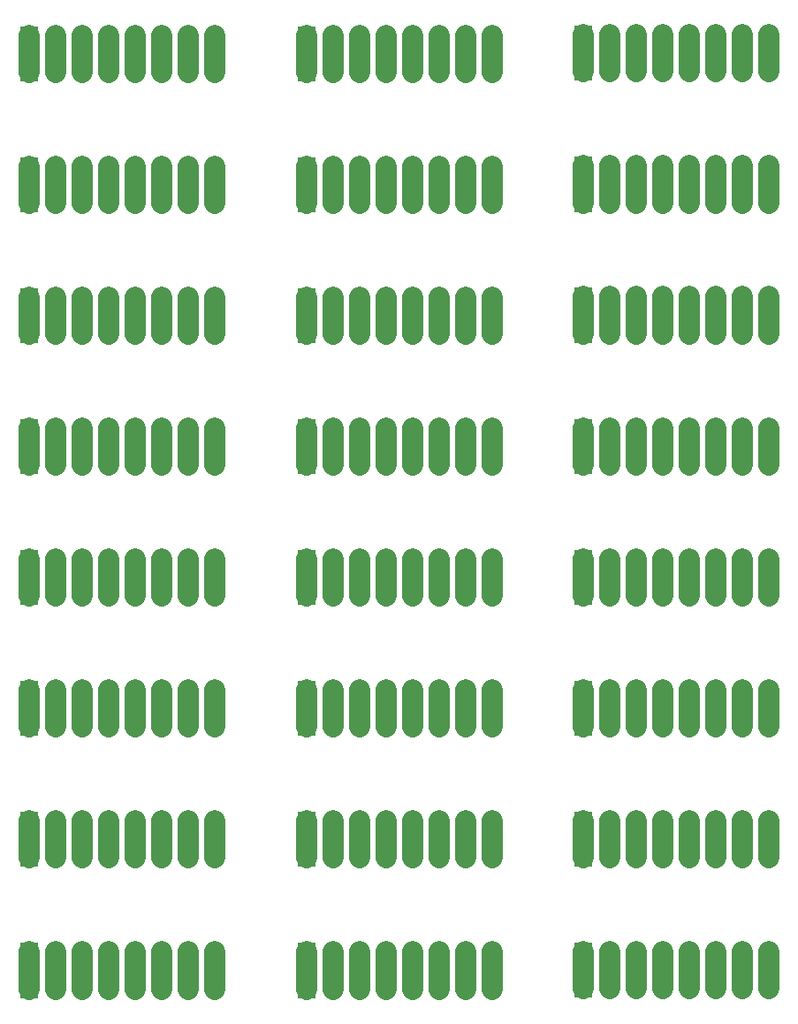
<source format=gbr>
%TF.GenerationSoftware,KiCad,Pcbnew,9.0.2*%
%TF.CreationDate,2026-01-01T17:19:06-05:00*%
%TF.ProjectId,Fracture Connector,46726163-7475-4726-9520-436f6e6e6563,rev?*%
%TF.SameCoordinates,Original*%
%TF.FileFunction,Copper,L1,Top*%
%TF.FilePolarity,Positive*%
%FSLAX46Y46*%
G04 Gerber Fmt 4.6, Leading zero omitted, Abs format (unit mm)*
G04 Created by KiCad (PCBNEW 9.0.2) date 2026-01-01 17:19:06*
%MOMM*%
%LPD*%
G01*
G04 APERTURE LIST*
%TA.AperFunction,ComponentPad*%
%ADD10C,1.700000*%
%TD*%
%TA.AperFunction,ComponentPad*%
%ADD11R,1.700000X1.700000*%
%TD*%
%TA.AperFunction,Conductor*%
%ADD12C,2.000000*%
%TD*%
G04 APERTURE END LIST*
D10*
%TO.P,J48,8,Pin_8*%
%TO.N,Net-(J5-Pin_8)*%
X125640786Y-91400786D03*
%TO.P,J48,7,Pin_7*%
%TO.N,Net-(J5-Pin_7)*%
X123100786Y-91400786D03*
%TO.P,J48,6,Pin_6*%
%TO.N,Net-(J5-Pin_6)*%
X120560786Y-91400786D03*
%TO.P,J48,5,Pin_5*%
%TO.N,Net-(J5-Pin_5)*%
X118020786Y-91400786D03*
%TO.P,J48,4,Pin_4*%
%TO.N,Net-(J5-Pin_4)*%
X115480786Y-91400786D03*
%TO.P,J48,3,Pin_3*%
%TO.N,Net-(J5-Pin_3)*%
X112940786Y-91400786D03*
%TO.P,J48,2,Pin_2*%
%TO.N,Net-(J5-Pin_2)*%
X110400786Y-91400786D03*
D11*
%TO.P,J48,1,Pin_1*%
%TO.N,Net-(J5-Pin_1)*%
X107860786Y-91400786D03*
%TD*%
D10*
%TO.P,J46,8,Pin_8*%
%TO.N,Net-(J5-Pin_8)*%
X72595786Y-91430786D03*
%TO.P,J46,7,Pin_7*%
%TO.N,Net-(J5-Pin_7)*%
X70055786Y-91430786D03*
%TO.P,J46,6,Pin_6*%
%TO.N,Net-(J5-Pin_6)*%
X67515786Y-91430786D03*
%TO.P,J46,5,Pin_5*%
%TO.N,Net-(J5-Pin_5)*%
X64975786Y-91430786D03*
%TO.P,J46,4,Pin_4*%
%TO.N,Net-(J5-Pin_4)*%
X62435786Y-91430786D03*
%TO.P,J46,3,Pin_3*%
%TO.N,Net-(J5-Pin_3)*%
X59895786Y-91430786D03*
%TO.P,J46,2,Pin_2*%
%TO.N,Net-(J5-Pin_2)*%
X57355786Y-91430786D03*
D11*
%TO.P,J46,1,Pin_1*%
%TO.N,Net-(J5-Pin_1)*%
X54815786Y-91430786D03*
%TD*%
D10*
%TO.P,J45,8,Pin_8*%
%TO.N,Net-(J5-Pin_8)*%
X125645786Y-94975786D03*
%TO.P,J45,7,Pin_7*%
%TO.N,Net-(J5-Pin_7)*%
X123105786Y-94975786D03*
%TO.P,J45,6,Pin_6*%
%TO.N,Net-(J5-Pin_6)*%
X120565786Y-94975786D03*
%TO.P,J45,5,Pin_5*%
%TO.N,Net-(J5-Pin_5)*%
X118025786Y-94975786D03*
%TO.P,J45,4,Pin_4*%
%TO.N,Net-(J5-Pin_4)*%
X115485786Y-94975786D03*
%TO.P,J45,3,Pin_3*%
%TO.N,Net-(J5-Pin_3)*%
X112945786Y-94975786D03*
%TO.P,J45,2,Pin_2*%
%TO.N,Net-(J5-Pin_2)*%
X110405786Y-94975786D03*
D11*
%TO.P,J45,1,Pin_1*%
%TO.N,Net-(J5-Pin_1)*%
X107865786Y-94975786D03*
%TD*%
D10*
%TO.P,J43,8,Pin_8*%
%TO.N,Net-(J5-Pin_8)*%
X72600786Y-95005786D03*
%TO.P,J43,7,Pin_7*%
%TO.N,Net-(J5-Pin_7)*%
X70060786Y-95005786D03*
%TO.P,J43,6,Pin_6*%
%TO.N,Net-(J5-Pin_6)*%
X67520786Y-95005786D03*
%TO.P,J43,5,Pin_5*%
%TO.N,Net-(J5-Pin_5)*%
X64980786Y-95005786D03*
%TO.P,J43,4,Pin_4*%
%TO.N,Net-(J5-Pin_4)*%
X62440786Y-95005786D03*
%TO.P,J43,3,Pin_3*%
%TO.N,Net-(J5-Pin_3)*%
X59900786Y-95005786D03*
%TO.P,J43,2,Pin_2*%
%TO.N,Net-(J5-Pin_2)*%
X57360786Y-95005786D03*
D11*
%TO.P,J43,1,Pin_1*%
%TO.N,Net-(J5-Pin_1)*%
X54820786Y-95005786D03*
%TD*%
D10*
%TO.P,J44,8,Pin_8*%
%TO.N,Net-(J5-Pin_8)*%
X99150786Y-95005786D03*
%TO.P,J44,7,Pin_7*%
%TO.N,Net-(J5-Pin_7)*%
X96610786Y-95005786D03*
%TO.P,J44,6,Pin_6*%
%TO.N,Net-(J5-Pin_6)*%
X94070786Y-95005786D03*
%TO.P,J44,5,Pin_5*%
%TO.N,Net-(J5-Pin_5)*%
X91530786Y-95005786D03*
%TO.P,J44,4,Pin_4*%
%TO.N,Net-(J5-Pin_4)*%
X88990786Y-95005786D03*
%TO.P,J44,3,Pin_3*%
%TO.N,Net-(J5-Pin_3)*%
X86450786Y-95005786D03*
%TO.P,J44,2,Pin_2*%
%TO.N,Net-(J5-Pin_2)*%
X83910786Y-95005786D03*
D11*
%TO.P,J44,1,Pin_1*%
%TO.N,Net-(J5-Pin_1)*%
X81370786Y-95005786D03*
%TD*%
D10*
%TO.P,J47,8,Pin_8*%
%TO.N,Net-(J5-Pin_8)*%
X99145786Y-91430786D03*
%TO.P,J47,7,Pin_7*%
%TO.N,Net-(J5-Pin_7)*%
X96605786Y-91430786D03*
%TO.P,J47,6,Pin_6*%
%TO.N,Net-(J5-Pin_6)*%
X94065786Y-91430786D03*
%TO.P,J47,5,Pin_5*%
%TO.N,Net-(J5-Pin_5)*%
X91525786Y-91430786D03*
%TO.P,J47,4,Pin_4*%
%TO.N,Net-(J5-Pin_4)*%
X88985786Y-91430786D03*
%TO.P,J47,3,Pin_3*%
%TO.N,Net-(J5-Pin_3)*%
X86445786Y-91430786D03*
%TO.P,J47,2,Pin_2*%
%TO.N,Net-(J5-Pin_2)*%
X83905786Y-91430786D03*
D11*
%TO.P,J47,1,Pin_1*%
%TO.N,Net-(J5-Pin_1)*%
X81365786Y-91430786D03*
%TD*%
D10*
%TO.P,J42,8,Pin_8*%
%TO.N,Net-(J5-Pin_8)*%
X125640786Y-78860786D03*
%TO.P,J42,7,Pin_7*%
%TO.N,Net-(J5-Pin_7)*%
X123100786Y-78860786D03*
%TO.P,J42,6,Pin_6*%
%TO.N,Net-(J5-Pin_6)*%
X120560786Y-78860786D03*
%TO.P,J42,5,Pin_5*%
%TO.N,Net-(J5-Pin_5)*%
X118020786Y-78860786D03*
%TO.P,J42,4,Pin_4*%
%TO.N,Net-(J5-Pin_4)*%
X115480786Y-78860786D03*
%TO.P,J42,3,Pin_3*%
%TO.N,Net-(J5-Pin_3)*%
X112940786Y-78860786D03*
%TO.P,J42,2,Pin_2*%
%TO.N,Net-(J5-Pin_2)*%
X110400786Y-78860786D03*
D11*
%TO.P,J42,1,Pin_1*%
%TO.N,Net-(J5-Pin_1)*%
X107860786Y-78860786D03*
%TD*%
D10*
%TO.P,J40,8,Pin_8*%
%TO.N,Net-(J5-Pin_8)*%
X72595786Y-78890786D03*
%TO.P,J40,7,Pin_7*%
%TO.N,Net-(J5-Pin_7)*%
X70055786Y-78890786D03*
%TO.P,J40,6,Pin_6*%
%TO.N,Net-(J5-Pin_6)*%
X67515786Y-78890786D03*
%TO.P,J40,5,Pin_5*%
%TO.N,Net-(J5-Pin_5)*%
X64975786Y-78890786D03*
%TO.P,J40,4,Pin_4*%
%TO.N,Net-(J5-Pin_4)*%
X62435786Y-78890786D03*
%TO.P,J40,3,Pin_3*%
%TO.N,Net-(J5-Pin_3)*%
X59895786Y-78890786D03*
%TO.P,J40,2,Pin_2*%
%TO.N,Net-(J5-Pin_2)*%
X57355786Y-78890786D03*
D11*
%TO.P,J40,1,Pin_1*%
%TO.N,Net-(J5-Pin_1)*%
X54815786Y-78890786D03*
%TD*%
D10*
%TO.P,J39,8,Pin_8*%
%TO.N,Net-(J5-Pin_8)*%
X125645786Y-82435786D03*
%TO.P,J39,7,Pin_7*%
%TO.N,Net-(J5-Pin_7)*%
X123105786Y-82435786D03*
%TO.P,J39,6,Pin_6*%
%TO.N,Net-(J5-Pin_6)*%
X120565786Y-82435786D03*
%TO.P,J39,5,Pin_5*%
%TO.N,Net-(J5-Pin_5)*%
X118025786Y-82435786D03*
%TO.P,J39,4,Pin_4*%
%TO.N,Net-(J5-Pin_4)*%
X115485786Y-82435786D03*
%TO.P,J39,3,Pin_3*%
%TO.N,Net-(J5-Pin_3)*%
X112945786Y-82435786D03*
%TO.P,J39,2,Pin_2*%
%TO.N,Net-(J5-Pin_2)*%
X110405786Y-82435786D03*
D11*
%TO.P,J39,1,Pin_1*%
%TO.N,Net-(J5-Pin_1)*%
X107865786Y-82435786D03*
%TD*%
D10*
%TO.P,J37,8,Pin_8*%
%TO.N,Net-(J5-Pin_8)*%
X72600786Y-82465786D03*
%TO.P,J37,7,Pin_7*%
%TO.N,Net-(J5-Pin_7)*%
X70060786Y-82465786D03*
%TO.P,J37,6,Pin_6*%
%TO.N,Net-(J5-Pin_6)*%
X67520786Y-82465786D03*
%TO.P,J37,5,Pin_5*%
%TO.N,Net-(J5-Pin_5)*%
X64980786Y-82465786D03*
%TO.P,J37,4,Pin_4*%
%TO.N,Net-(J5-Pin_4)*%
X62440786Y-82465786D03*
%TO.P,J37,3,Pin_3*%
%TO.N,Net-(J5-Pin_3)*%
X59900786Y-82465786D03*
%TO.P,J37,2,Pin_2*%
%TO.N,Net-(J5-Pin_2)*%
X57360786Y-82465786D03*
D11*
%TO.P,J37,1,Pin_1*%
%TO.N,Net-(J5-Pin_1)*%
X54820786Y-82465786D03*
%TD*%
D10*
%TO.P,J38,8,Pin_8*%
%TO.N,Net-(J5-Pin_8)*%
X99150786Y-82465786D03*
%TO.P,J38,7,Pin_7*%
%TO.N,Net-(J5-Pin_7)*%
X96610786Y-82465786D03*
%TO.P,J38,6,Pin_6*%
%TO.N,Net-(J5-Pin_6)*%
X94070786Y-82465786D03*
%TO.P,J38,5,Pin_5*%
%TO.N,Net-(J5-Pin_5)*%
X91530786Y-82465786D03*
%TO.P,J38,4,Pin_4*%
%TO.N,Net-(J5-Pin_4)*%
X88990786Y-82465786D03*
%TO.P,J38,3,Pin_3*%
%TO.N,Net-(J5-Pin_3)*%
X86450786Y-82465786D03*
%TO.P,J38,2,Pin_2*%
%TO.N,Net-(J5-Pin_2)*%
X83910786Y-82465786D03*
D11*
%TO.P,J38,1,Pin_1*%
%TO.N,Net-(J5-Pin_1)*%
X81370786Y-82465786D03*
%TD*%
D10*
%TO.P,J41,8,Pin_8*%
%TO.N,Net-(J5-Pin_8)*%
X99145786Y-78890786D03*
%TO.P,J41,7,Pin_7*%
%TO.N,Net-(J5-Pin_7)*%
X96605786Y-78890786D03*
%TO.P,J41,6,Pin_6*%
%TO.N,Net-(J5-Pin_6)*%
X94065786Y-78890786D03*
%TO.P,J41,5,Pin_5*%
%TO.N,Net-(J5-Pin_5)*%
X91525786Y-78890786D03*
%TO.P,J41,4,Pin_4*%
%TO.N,Net-(J5-Pin_4)*%
X88985786Y-78890786D03*
%TO.P,J41,3,Pin_3*%
%TO.N,Net-(J5-Pin_3)*%
X86445786Y-78890786D03*
%TO.P,J41,2,Pin_2*%
%TO.N,Net-(J5-Pin_2)*%
X83905786Y-78890786D03*
D11*
%TO.P,J41,1,Pin_1*%
%TO.N,Net-(J5-Pin_1)*%
X81365786Y-78890786D03*
%TD*%
D10*
%TO.P,J36,8,Pin_8*%
%TO.N,Net-(J5-Pin_8)*%
X125640786Y-66320786D03*
%TO.P,J36,7,Pin_7*%
%TO.N,Net-(J5-Pin_7)*%
X123100786Y-66320786D03*
%TO.P,J36,6,Pin_6*%
%TO.N,Net-(J5-Pin_6)*%
X120560786Y-66320786D03*
%TO.P,J36,5,Pin_5*%
%TO.N,Net-(J5-Pin_5)*%
X118020786Y-66320786D03*
%TO.P,J36,4,Pin_4*%
%TO.N,Net-(J5-Pin_4)*%
X115480786Y-66320786D03*
%TO.P,J36,3,Pin_3*%
%TO.N,Net-(J5-Pin_3)*%
X112940786Y-66320786D03*
%TO.P,J36,2,Pin_2*%
%TO.N,Net-(J5-Pin_2)*%
X110400786Y-66320786D03*
D11*
%TO.P,J36,1,Pin_1*%
%TO.N,Net-(J5-Pin_1)*%
X107860786Y-66320786D03*
%TD*%
D10*
%TO.P,J34,8,Pin_8*%
%TO.N,Net-(J5-Pin_8)*%
X72595786Y-66350786D03*
%TO.P,J34,7,Pin_7*%
%TO.N,Net-(J5-Pin_7)*%
X70055786Y-66350786D03*
%TO.P,J34,6,Pin_6*%
%TO.N,Net-(J5-Pin_6)*%
X67515786Y-66350786D03*
%TO.P,J34,5,Pin_5*%
%TO.N,Net-(J5-Pin_5)*%
X64975786Y-66350786D03*
%TO.P,J34,4,Pin_4*%
%TO.N,Net-(J5-Pin_4)*%
X62435786Y-66350786D03*
%TO.P,J34,3,Pin_3*%
%TO.N,Net-(J5-Pin_3)*%
X59895786Y-66350786D03*
%TO.P,J34,2,Pin_2*%
%TO.N,Net-(J5-Pin_2)*%
X57355786Y-66350786D03*
D11*
%TO.P,J34,1,Pin_1*%
%TO.N,Net-(J5-Pin_1)*%
X54815786Y-66350786D03*
%TD*%
D10*
%TO.P,J33,8,Pin_8*%
%TO.N,Net-(J5-Pin_8)*%
X125645786Y-69895786D03*
%TO.P,J33,7,Pin_7*%
%TO.N,Net-(J5-Pin_7)*%
X123105786Y-69895786D03*
%TO.P,J33,6,Pin_6*%
%TO.N,Net-(J5-Pin_6)*%
X120565786Y-69895786D03*
%TO.P,J33,5,Pin_5*%
%TO.N,Net-(J5-Pin_5)*%
X118025786Y-69895786D03*
%TO.P,J33,4,Pin_4*%
%TO.N,Net-(J5-Pin_4)*%
X115485786Y-69895786D03*
%TO.P,J33,3,Pin_3*%
%TO.N,Net-(J5-Pin_3)*%
X112945786Y-69895786D03*
%TO.P,J33,2,Pin_2*%
%TO.N,Net-(J5-Pin_2)*%
X110405786Y-69895786D03*
D11*
%TO.P,J33,1,Pin_1*%
%TO.N,Net-(J5-Pin_1)*%
X107865786Y-69895786D03*
%TD*%
D10*
%TO.P,J31,8,Pin_8*%
%TO.N,Net-(J5-Pin_8)*%
X72600786Y-69925786D03*
%TO.P,J31,7,Pin_7*%
%TO.N,Net-(J5-Pin_7)*%
X70060786Y-69925786D03*
%TO.P,J31,6,Pin_6*%
%TO.N,Net-(J5-Pin_6)*%
X67520786Y-69925786D03*
%TO.P,J31,5,Pin_5*%
%TO.N,Net-(J5-Pin_5)*%
X64980786Y-69925786D03*
%TO.P,J31,4,Pin_4*%
%TO.N,Net-(J5-Pin_4)*%
X62440786Y-69925786D03*
%TO.P,J31,3,Pin_3*%
%TO.N,Net-(J5-Pin_3)*%
X59900786Y-69925786D03*
%TO.P,J31,2,Pin_2*%
%TO.N,Net-(J5-Pin_2)*%
X57360786Y-69925786D03*
D11*
%TO.P,J31,1,Pin_1*%
%TO.N,Net-(J5-Pin_1)*%
X54820786Y-69925786D03*
%TD*%
D10*
%TO.P,J32,8,Pin_8*%
%TO.N,Net-(J5-Pin_8)*%
X99150786Y-69925786D03*
%TO.P,J32,7,Pin_7*%
%TO.N,Net-(J5-Pin_7)*%
X96610786Y-69925786D03*
%TO.P,J32,6,Pin_6*%
%TO.N,Net-(J5-Pin_6)*%
X94070786Y-69925786D03*
%TO.P,J32,5,Pin_5*%
%TO.N,Net-(J5-Pin_5)*%
X91530786Y-69925786D03*
%TO.P,J32,4,Pin_4*%
%TO.N,Net-(J5-Pin_4)*%
X88990786Y-69925786D03*
%TO.P,J32,3,Pin_3*%
%TO.N,Net-(J5-Pin_3)*%
X86450786Y-69925786D03*
%TO.P,J32,2,Pin_2*%
%TO.N,Net-(J5-Pin_2)*%
X83910786Y-69925786D03*
D11*
%TO.P,J32,1,Pin_1*%
%TO.N,Net-(J5-Pin_1)*%
X81370786Y-69925786D03*
%TD*%
D10*
%TO.P,J35,8,Pin_8*%
%TO.N,Net-(J5-Pin_8)*%
X99145786Y-66350786D03*
%TO.P,J35,7,Pin_7*%
%TO.N,Net-(J5-Pin_7)*%
X96605786Y-66350786D03*
%TO.P,J35,6,Pin_6*%
%TO.N,Net-(J5-Pin_6)*%
X94065786Y-66350786D03*
%TO.P,J35,5,Pin_5*%
%TO.N,Net-(J5-Pin_5)*%
X91525786Y-66350786D03*
%TO.P,J35,4,Pin_4*%
%TO.N,Net-(J5-Pin_4)*%
X88985786Y-66350786D03*
%TO.P,J35,3,Pin_3*%
%TO.N,Net-(J5-Pin_3)*%
X86445786Y-66350786D03*
%TO.P,J35,2,Pin_2*%
%TO.N,Net-(J5-Pin_2)*%
X83905786Y-66350786D03*
D11*
%TO.P,J35,1,Pin_1*%
%TO.N,Net-(J5-Pin_1)*%
X81365786Y-66350786D03*
%TD*%
D10*
%TO.P,J30,8,Pin_8*%
%TO.N,Net-(J5-Pin_8)*%
X125640786Y-53780786D03*
%TO.P,J30,7,Pin_7*%
%TO.N,Net-(J5-Pin_7)*%
X123100786Y-53780786D03*
%TO.P,J30,6,Pin_6*%
%TO.N,Net-(J5-Pin_6)*%
X120560786Y-53780786D03*
%TO.P,J30,5,Pin_5*%
%TO.N,Net-(J5-Pin_5)*%
X118020786Y-53780786D03*
%TO.P,J30,4,Pin_4*%
%TO.N,Net-(J5-Pin_4)*%
X115480786Y-53780786D03*
%TO.P,J30,3,Pin_3*%
%TO.N,Net-(J5-Pin_3)*%
X112940786Y-53780786D03*
%TO.P,J30,2,Pin_2*%
%TO.N,Net-(J5-Pin_2)*%
X110400786Y-53780786D03*
D11*
%TO.P,J30,1,Pin_1*%
%TO.N,Net-(J5-Pin_1)*%
X107860786Y-53780786D03*
%TD*%
D10*
%TO.P,J28,8,Pin_8*%
%TO.N,Net-(J5-Pin_8)*%
X72595786Y-53810786D03*
%TO.P,J28,7,Pin_7*%
%TO.N,Net-(J5-Pin_7)*%
X70055786Y-53810786D03*
%TO.P,J28,6,Pin_6*%
%TO.N,Net-(J5-Pin_6)*%
X67515786Y-53810786D03*
%TO.P,J28,5,Pin_5*%
%TO.N,Net-(J5-Pin_5)*%
X64975786Y-53810786D03*
%TO.P,J28,4,Pin_4*%
%TO.N,Net-(J5-Pin_4)*%
X62435786Y-53810786D03*
%TO.P,J28,3,Pin_3*%
%TO.N,Net-(J5-Pin_3)*%
X59895786Y-53810786D03*
%TO.P,J28,2,Pin_2*%
%TO.N,Net-(J5-Pin_2)*%
X57355786Y-53810786D03*
D11*
%TO.P,J28,1,Pin_1*%
%TO.N,Net-(J5-Pin_1)*%
X54815786Y-53810786D03*
%TD*%
D10*
%TO.P,J27,8,Pin_8*%
%TO.N,Net-(J5-Pin_8)*%
X125645786Y-57355786D03*
%TO.P,J27,7,Pin_7*%
%TO.N,Net-(J5-Pin_7)*%
X123105786Y-57355786D03*
%TO.P,J27,6,Pin_6*%
%TO.N,Net-(J5-Pin_6)*%
X120565786Y-57355786D03*
%TO.P,J27,5,Pin_5*%
%TO.N,Net-(J5-Pin_5)*%
X118025786Y-57355786D03*
%TO.P,J27,4,Pin_4*%
%TO.N,Net-(J5-Pin_4)*%
X115485786Y-57355786D03*
%TO.P,J27,3,Pin_3*%
%TO.N,Net-(J5-Pin_3)*%
X112945786Y-57355786D03*
%TO.P,J27,2,Pin_2*%
%TO.N,Net-(J5-Pin_2)*%
X110405786Y-57355786D03*
D11*
%TO.P,J27,1,Pin_1*%
%TO.N,Net-(J5-Pin_1)*%
X107865786Y-57355786D03*
%TD*%
D10*
%TO.P,J25,8,Pin_8*%
%TO.N,Net-(J5-Pin_8)*%
X72600786Y-57385786D03*
%TO.P,J25,7,Pin_7*%
%TO.N,Net-(J5-Pin_7)*%
X70060786Y-57385786D03*
%TO.P,J25,6,Pin_6*%
%TO.N,Net-(J5-Pin_6)*%
X67520786Y-57385786D03*
%TO.P,J25,5,Pin_5*%
%TO.N,Net-(J5-Pin_5)*%
X64980786Y-57385786D03*
%TO.P,J25,4,Pin_4*%
%TO.N,Net-(J5-Pin_4)*%
X62440786Y-57385786D03*
%TO.P,J25,3,Pin_3*%
%TO.N,Net-(J5-Pin_3)*%
X59900786Y-57385786D03*
%TO.P,J25,2,Pin_2*%
%TO.N,Net-(J5-Pin_2)*%
X57360786Y-57385786D03*
D11*
%TO.P,J25,1,Pin_1*%
%TO.N,Net-(J5-Pin_1)*%
X54820786Y-57385786D03*
%TD*%
D10*
%TO.P,J26,8,Pin_8*%
%TO.N,Net-(J5-Pin_8)*%
X99150786Y-57385786D03*
%TO.P,J26,7,Pin_7*%
%TO.N,Net-(J5-Pin_7)*%
X96610786Y-57385786D03*
%TO.P,J26,6,Pin_6*%
%TO.N,Net-(J5-Pin_6)*%
X94070786Y-57385786D03*
%TO.P,J26,5,Pin_5*%
%TO.N,Net-(J5-Pin_5)*%
X91530786Y-57385786D03*
%TO.P,J26,4,Pin_4*%
%TO.N,Net-(J5-Pin_4)*%
X88990786Y-57385786D03*
%TO.P,J26,3,Pin_3*%
%TO.N,Net-(J5-Pin_3)*%
X86450786Y-57385786D03*
%TO.P,J26,2,Pin_2*%
%TO.N,Net-(J5-Pin_2)*%
X83910786Y-57385786D03*
D11*
%TO.P,J26,1,Pin_1*%
%TO.N,Net-(J5-Pin_1)*%
X81370786Y-57385786D03*
%TD*%
D10*
%TO.P,J29,8,Pin_8*%
%TO.N,Net-(J5-Pin_8)*%
X99145786Y-53810786D03*
%TO.P,J29,7,Pin_7*%
%TO.N,Net-(J5-Pin_7)*%
X96605786Y-53810786D03*
%TO.P,J29,6,Pin_6*%
%TO.N,Net-(J5-Pin_6)*%
X94065786Y-53810786D03*
%TO.P,J29,5,Pin_5*%
%TO.N,Net-(J5-Pin_5)*%
X91525786Y-53810786D03*
%TO.P,J29,4,Pin_4*%
%TO.N,Net-(J5-Pin_4)*%
X88985786Y-53810786D03*
%TO.P,J29,3,Pin_3*%
%TO.N,Net-(J5-Pin_3)*%
X86445786Y-53810786D03*
%TO.P,J29,2,Pin_2*%
%TO.N,Net-(J5-Pin_2)*%
X83905786Y-53810786D03*
D11*
%TO.P,J29,1,Pin_1*%
%TO.N,Net-(J5-Pin_1)*%
X81365786Y-53810786D03*
%TD*%
D10*
%TO.P,J24,8,Pin_8*%
%TO.N,Net-(J5-Pin_8)*%
X125640786Y-41240786D03*
%TO.P,J24,7,Pin_7*%
%TO.N,Net-(J5-Pin_7)*%
X123100786Y-41240786D03*
%TO.P,J24,6,Pin_6*%
%TO.N,Net-(J5-Pin_6)*%
X120560786Y-41240786D03*
%TO.P,J24,5,Pin_5*%
%TO.N,Net-(J5-Pin_5)*%
X118020786Y-41240786D03*
%TO.P,J24,4,Pin_4*%
%TO.N,Net-(J5-Pin_4)*%
X115480786Y-41240786D03*
%TO.P,J24,3,Pin_3*%
%TO.N,Net-(J5-Pin_3)*%
X112940786Y-41240786D03*
%TO.P,J24,2,Pin_2*%
%TO.N,Net-(J5-Pin_2)*%
X110400786Y-41240786D03*
D11*
%TO.P,J24,1,Pin_1*%
%TO.N,Net-(J5-Pin_1)*%
X107860786Y-41240786D03*
%TD*%
D10*
%TO.P,J22,8,Pin_8*%
%TO.N,Net-(J5-Pin_8)*%
X72595786Y-41270786D03*
%TO.P,J22,7,Pin_7*%
%TO.N,Net-(J5-Pin_7)*%
X70055786Y-41270786D03*
%TO.P,J22,6,Pin_6*%
%TO.N,Net-(J5-Pin_6)*%
X67515786Y-41270786D03*
%TO.P,J22,5,Pin_5*%
%TO.N,Net-(J5-Pin_5)*%
X64975786Y-41270786D03*
%TO.P,J22,4,Pin_4*%
%TO.N,Net-(J5-Pin_4)*%
X62435786Y-41270786D03*
%TO.P,J22,3,Pin_3*%
%TO.N,Net-(J5-Pin_3)*%
X59895786Y-41270786D03*
%TO.P,J22,2,Pin_2*%
%TO.N,Net-(J5-Pin_2)*%
X57355786Y-41270786D03*
D11*
%TO.P,J22,1,Pin_1*%
%TO.N,Net-(J5-Pin_1)*%
X54815786Y-41270786D03*
%TD*%
D10*
%TO.P,J21,8,Pin_8*%
%TO.N,Net-(J5-Pin_8)*%
X125645786Y-44815786D03*
%TO.P,J21,7,Pin_7*%
%TO.N,Net-(J5-Pin_7)*%
X123105786Y-44815786D03*
%TO.P,J21,6,Pin_6*%
%TO.N,Net-(J5-Pin_6)*%
X120565786Y-44815786D03*
%TO.P,J21,5,Pin_5*%
%TO.N,Net-(J5-Pin_5)*%
X118025786Y-44815786D03*
%TO.P,J21,4,Pin_4*%
%TO.N,Net-(J5-Pin_4)*%
X115485786Y-44815786D03*
%TO.P,J21,3,Pin_3*%
%TO.N,Net-(J5-Pin_3)*%
X112945786Y-44815786D03*
%TO.P,J21,2,Pin_2*%
%TO.N,Net-(J5-Pin_2)*%
X110405786Y-44815786D03*
D11*
%TO.P,J21,1,Pin_1*%
%TO.N,Net-(J5-Pin_1)*%
X107865786Y-44815786D03*
%TD*%
D10*
%TO.P,J19,8,Pin_8*%
%TO.N,Net-(J5-Pin_8)*%
X72600786Y-44845786D03*
%TO.P,J19,7,Pin_7*%
%TO.N,Net-(J5-Pin_7)*%
X70060786Y-44845786D03*
%TO.P,J19,6,Pin_6*%
%TO.N,Net-(J5-Pin_6)*%
X67520786Y-44845786D03*
%TO.P,J19,5,Pin_5*%
%TO.N,Net-(J5-Pin_5)*%
X64980786Y-44845786D03*
%TO.P,J19,4,Pin_4*%
%TO.N,Net-(J5-Pin_4)*%
X62440786Y-44845786D03*
%TO.P,J19,3,Pin_3*%
%TO.N,Net-(J5-Pin_3)*%
X59900786Y-44845786D03*
%TO.P,J19,2,Pin_2*%
%TO.N,Net-(J5-Pin_2)*%
X57360786Y-44845786D03*
D11*
%TO.P,J19,1,Pin_1*%
%TO.N,Net-(J5-Pin_1)*%
X54820786Y-44845786D03*
%TD*%
D10*
%TO.P,J20,8,Pin_8*%
%TO.N,Net-(J5-Pin_8)*%
X99150786Y-44845786D03*
%TO.P,J20,7,Pin_7*%
%TO.N,Net-(J5-Pin_7)*%
X96610786Y-44845786D03*
%TO.P,J20,6,Pin_6*%
%TO.N,Net-(J5-Pin_6)*%
X94070786Y-44845786D03*
%TO.P,J20,5,Pin_5*%
%TO.N,Net-(J5-Pin_5)*%
X91530786Y-44845786D03*
%TO.P,J20,4,Pin_4*%
%TO.N,Net-(J5-Pin_4)*%
X88990786Y-44845786D03*
%TO.P,J20,3,Pin_3*%
%TO.N,Net-(J5-Pin_3)*%
X86450786Y-44845786D03*
%TO.P,J20,2,Pin_2*%
%TO.N,Net-(J5-Pin_2)*%
X83910786Y-44845786D03*
D11*
%TO.P,J20,1,Pin_1*%
%TO.N,Net-(J5-Pin_1)*%
X81370786Y-44845786D03*
%TD*%
D10*
%TO.P,J23,8,Pin_8*%
%TO.N,Net-(J5-Pin_8)*%
X99145786Y-41270786D03*
%TO.P,J23,7,Pin_7*%
%TO.N,Net-(J5-Pin_7)*%
X96605786Y-41270786D03*
%TO.P,J23,6,Pin_6*%
%TO.N,Net-(J5-Pin_6)*%
X94065786Y-41270786D03*
%TO.P,J23,5,Pin_5*%
%TO.N,Net-(J5-Pin_5)*%
X91525786Y-41270786D03*
%TO.P,J23,4,Pin_4*%
%TO.N,Net-(J5-Pin_4)*%
X88985786Y-41270786D03*
%TO.P,J23,3,Pin_3*%
%TO.N,Net-(J5-Pin_3)*%
X86445786Y-41270786D03*
%TO.P,J23,2,Pin_2*%
%TO.N,Net-(J5-Pin_2)*%
X83905786Y-41270786D03*
D11*
%TO.P,J23,1,Pin_1*%
%TO.N,Net-(J5-Pin_1)*%
X81365786Y-41270786D03*
%TD*%
D10*
%TO.P,J18,8,Pin_8*%
%TO.N,Net-(J5-Pin_8)*%
X125640786Y-28700786D03*
%TO.P,J18,7,Pin_7*%
%TO.N,Net-(J5-Pin_7)*%
X123100786Y-28700786D03*
%TO.P,J18,6,Pin_6*%
%TO.N,Net-(J5-Pin_6)*%
X120560786Y-28700786D03*
%TO.P,J18,5,Pin_5*%
%TO.N,Net-(J5-Pin_5)*%
X118020786Y-28700786D03*
%TO.P,J18,4,Pin_4*%
%TO.N,Net-(J5-Pin_4)*%
X115480786Y-28700786D03*
%TO.P,J18,3,Pin_3*%
%TO.N,Net-(J5-Pin_3)*%
X112940786Y-28700786D03*
%TO.P,J18,2,Pin_2*%
%TO.N,Net-(J5-Pin_2)*%
X110400786Y-28700786D03*
D11*
%TO.P,J18,1,Pin_1*%
%TO.N,Net-(J5-Pin_1)*%
X107860786Y-28700786D03*
%TD*%
D10*
%TO.P,J16,8,Pin_8*%
%TO.N,Net-(J5-Pin_8)*%
X72595786Y-28730786D03*
%TO.P,J16,7,Pin_7*%
%TO.N,Net-(J5-Pin_7)*%
X70055786Y-28730786D03*
%TO.P,J16,6,Pin_6*%
%TO.N,Net-(J5-Pin_6)*%
X67515786Y-28730786D03*
%TO.P,J16,5,Pin_5*%
%TO.N,Net-(J5-Pin_5)*%
X64975786Y-28730786D03*
%TO.P,J16,4,Pin_4*%
%TO.N,Net-(J5-Pin_4)*%
X62435786Y-28730786D03*
%TO.P,J16,3,Pin_3*%
%TO.N,Net-(J5-Pin_3)*%
X59895786Y-28730786D03*
%TO.P,J16,2,Pin_2*%
%TO.N,Net-(J5-Pin_2)*%
X57355786Y-28730786D03*
D11*
%TO.P,J16,1,Pin_1*%
%TO.N,Net-(J5-Pin_1)*%
X54815786Y-28730786D03*
%TD*%
D10*
%TO.P,J15,8,Pin_8*%
%TO.N,Net-(J5-Pin_8)*%
X125645786Y-32275786D03*
%TO.P,J15,7,Pin_7*%
%TO.N,Net-(J5-Pin_7)*%
X123105786Y-32275786D03*
%TO.P,J15,6,Pin_6*%
%TO.N,Net-(J5-Pin_6)*%
X120565786Y-32275786D03*
%TO.P,J15,5,Pin_5*%
%TO.N,Net-(J5-Pin_5)*%
X118025786Y-32275786D03*
%TO.P,J15,4,Pin_4*%
%TO.N,Net-(J5-Pin_4)*%
X115485786Y-32275786D03*
%TO.P,J15,3,Pin_3*%
%TO.N,Net-(J5-Pin_3)*%
X112945786Y-32275786D03*
%TO.P,J15,2,Pin_2*%
%TO.N,Net-(J5-Pin_2)*%
X110405786Y-32275786D03*
D11*
%TO.P,J15,1,Pin_1*%
%TO.N,Net-(J5-Pin_1)*%
X107865786Y-32275786D03*
%TD*%
D10*
%TO.P,J13,8,Pin_8*%
%TO.N,Net-(J5-Pin_8)*%
X72600786Y-32305786D03*
%TO.P,J13,7,Pin_7*%
%TO.N,Net-(J5-Pin_7)*%
X70060786Y-32305786D03*
%TO.P,J13,6,Pin_6*%
%TO.N,Net-(J5-Pin_6)*%
X67520786Y-32305786D03*
%TO.P,J13,5,Pin_5*%
%TO.N,Net-(J5-Pin_5)*%
X64980786Y-32305786D03*
%TO.P,J13,4,Pin_4*%
%TO.N,Net-(J5-Pin_4)*%
X62440786Y-32305786D03*
%TO.P,J13,3,Pin_3*%
%TO.N,Net-(J5-Pin_3)*%
X59900786Y-32305786D03*
%TO.P,J13,2,Pin_2*%
%TO.N,Net-(J5-Pin_2)*%
X57360786Y-32305786D03*
D11*
%TO.P,J13,1,Pin_1*%
%TO.N,Net-(J5-Pin_1)*%
X54820786Y-32305786D03*
%TD*%
D10*
%TO.P,J14,8,Pin_8*%
%TO.N,Net-(J5-Pin_8)*%
X99150786Y-32305786D03*
%TO.P,J14,7,Pin_7*%
%TO.N,Net-(J5-Pin_7)*%
X96610786Y-32305786D03*
%TO.P,J14,6,Pin_6*%
%TO.N,Net-(J5-Pin_6)*%
X94070786Y-32305786D03*
%TO.P,J14,5,Pin_5*%
%TO.N,Net-(J5-Pin_5)*%
X91530786Y-32305786D03*
%TO.P,J14,4,Pin_4*%
%TO.N,Net-(J5-Pin_4)*%
X88990786Y-32305786D03*
%TO.P,J14,3,Pin_3*%
%TO.N,Net-(J5-Pin_3)*%
X86450786Y-32305786D03*
%TO.P,J14,2,Pin_2*%
%TO.N,Net-(J5-Pin_2)*%
X83910786Y-32305786D03*
D11*
%TO.P,J14,1,Pin_1*%
%TO.N,Net-(J5-Pin_1)*%
X81370786Y-32305786D03*
%TD*%
D10*
%TO.P,J17,8,Pin_8*%
%TO.N,Net-(J5-Pin_8)*%
X99145786Y-28730786D03*
%TO.P,J17,7,Pin_7*%
%TO.N,Net-(J5-Pin_7)*%
X96605786Y-28730786D03*
%TO.P,J17,6,Pin_6*%
%TO.N,Net-(J5-Pin_6)*%
X94065786Y-28730786D03*
%TO.P,J17,5,Pin_5*%
%TO.N,Net-(J5-Pin_5)*%
X91525786Y-28730786D03*
%TO.P,J17,4,Pin_4*%
%TO.N,Net-(J5-Pin_4)*%
X88985786Y-28730786D03*
%TO.P,J17,3,Pin_3*%
%TO.N,Net-(J5-Pin_3)*%
X86445786Y-28730786D03*
%TO.P,J17,2,Pin_2*%
%TO.N,Net-(J5-Pin_2)*%
X83905786Y-28730786D03*
D11*
%TO.P,J17,1,Pin_1*%
%TO.N,Net-(J5-Pin_1)*%
X81365786Y-28730786D03*
%TD*%
D10*
%TO.P,J11,8,Pin_8*%
%TO.N,Net-(J5-Pin_8)*%
X99145786Y-103970786D03*
%TO.P,J11,7,Pin_7*%
%TO.N,Net-(J5-Pin_7)*%
X96605786Y-103970786D03*
%TO.P,J11,6,Pin_6*%
%TO.N,Net-(J5-Pin_6)*%
X94065786Y-103970786D03*
%TO.P,J11,5,Pin_5*%
%TO.N,Net-(J5-Pin_5)*%
X91525786Y-103970786D03*
%TO.P,J11,4,Pin_4*%
%TO.N,Net-(J5-Pin_4)*%
X88985786Y-103970786D03*
%TO.P,J11,3,Pin_3*%
%TO.N,Net-(J5-Pin_3)*%
X86445786Y-103970786D03*
%TO.P,J11,2,Pin_2*%
%TO.N,Net-(J5-Pin_2)*%
X83905786Y-103970786D03*
D11*
%TO.P,J11,1,Pin_1*%
%TO.N,Net-(J5-Pin_1)*%
X81365786Y-103970786D03*
%TD*%
D10*
%TO.P,J8,8,Pin_8*%
%TO.N,Net-(J5-Pin_8)*%
X99150786Y-107545786D03*
%TO.P,J8,7,Pin_7*%
%TO.N,Net-(J5-Pin_7)*%
X96610786Y-107545786D03*
%TO.P,J8,6,Pin_6*%
%TO.N,Net-(J5-Pin_6)*%
X94070786Y-107545786D03*
%TO.P,J8,5,Pin_5*%
%TO.N,Net-(J5-Pin_5)*%
X91530786Y-107545786D03*
%TO.P,J8,4,Pin_4*%
%TO.N,Net-(J5-Pin_4)*%
X88990786Y-107545786D03*
%TO.P,J8,3,Pin_3*%
%TO.N,Net-(J5-Pin_3)*%
X86450786Y-107545786D03*
%TO.P,J8,2,Pin_2*%
%TO.N,Net-(J5-Pin_2)*%
X83910786Y-107545786D03*
D11*
%TO.P,J8,1,Pin_1*%
%TO.N,Net-(J5-Pin_1)*%
X81370786Y-107545786D03*
%TD*%
D10*
%TO.P,J7,8,Pin_8*%
%TO.N,Net-(J5-Pin_8)*%
X72600786Y-107545786D03*
%TO.P,J7,7,Pin_7*%
%TO.N,Net-(J5-Pin_7)*%
X70060786Y-107545786D03*
%TO.P,J7,6,Pin_6*%
%TO.N,Net-(J5-Pin_6)*%
X67520786Y-107545786D03*
%TO.P,J7,5,Pin_5*%
%TO.N,Net-(J5-Pin_5)*%
X64980786Y-107545786D03*
%TO.P,J7,4,Pin_4*%
%TO.N,Net-(J5-Pin_4)*%
X62440786Y-107545786D03*
%TO.P,J7,3,Pin_3*%
%TO.N,Net-(J5-Pin_3)*%
X59900786Y-107545786D03*
%TO.P,J7,2,Pin_2*%
%TO.N,Net-(J5-Pin_2)*%
X57360786Y-107545786D03*
D11*
%TO.P,J7,1,Pin_1*%
%TO.N,Net-(J5-Pin_1)*%
X54820786Y-107545786D03*
%TD*%
D10*
%TO.P,J9,8,Pin_8*%
%TO.N,Net-(J5-Pin_8)*%
X125645786Y-107515786D03*
%TO.P,J9,7,Pin_7*%
%TO.N,Net-(J5-Pin_7)*%
X123105786Y-107515786D03*
%TO.P,J9,6,Pin_6*%
%TO.N,Net-(J5-Pin_6)*%
X120565786Y-107515786D03*
%TO.P,J9,5,Pin_5*%
%TO.N,Net-(J5-Pin_5)*%
X118025786Y-107515786D03*
%TO.P,J9,4,Pin_4*%
%TO.N,Net-(J5-Pin_4)*%
X115485786Y-107515786D03*
%TO.P,J9,3,Pin_3*%
%TO.N,Net-(J5-Pin_3)*%
X112945786Y-107515786D03*
%TO.P,J9,2,Pin_2*%
%TO.N,Net-(J5-Pin_2)*%
X110405786Y-107515786D03*
D11*
%TO.P,J9,1,Pin_1*%
%TO.N,Net-(J5-Pin_1)*%
X107865786Y-107515786D03*
%TD*%
D10*
%TO.P,J10,8,Pin_8*%
%TO.N,Net-(J5-Pin_8)*%
X72595786Y-103970786D03*
%TO.P,J10,7,Pin_7*%
%TO.N,Net-(J5-Pin_7)*%
X70055786Y-103970786D03*
%TO.P,J10,6,Pin_6*%
%TO.N,Net-(J5-Pin_6)*%
X67515786Y-103970786D03*
%TO.P,J10,5,Pin_5*%
%TO.N,Net-(J5-Pin_5)*%
X64975786Y-103970786D03*
%TO.P,J10,4,Pin_4*%
%TO.N,Net-(J5-Pin_4)*%
X62435786Y-103970786D03*
%TO.P,J10,3,Pin_3*%
%TO.N,Net-(J5-Pin_3)*%
X59895786Y-103970786D03*
%TO.P,J10,2,Pin_2*%
%TO.N,Net-(J5-Pin_2)*%
X57355786Y-103970786D03*
D11*
%TO.P,J10,1,Pin_1*%
%TO.N,Net-(J5-Pin_1)*%
X54815786Y-103970786D03*
%TD*%
D10*
%TO.P,J12,8,Pin_8*%
%TO.N,Net-(J5-Pin_8)*%
X125640786Y-103940786D03*
%TO.P,J12,7,Pin_7*%
%TO.N,Net-(J5-Pin_7)*%
X123100786Y-103940786D03*
%TO.P,J12,6,Pin_6*%
%TO.N,Net-(J5-Pin_6)*%
X120560786Y-103940786D03*
%TO.P,J12,5,Pin_5*%
%TO.N,Net-(J5-Pin_5)*%
X118020786Y-103940786D03*
%TO.P,J12,4,Pin_4*%
%TO.N,Net-(J5-Pin_4)*%
X115480786Y-103940786D03*
%TO.P,J12,3,Pin_3*%
%TO.N,Net-(J5-Pin_3)*%
X112940786Y-103940786D03*
%TO.P,J12,2,Pin_2*%
%TO.N,Net-(J5-Pin_2)*%
X110400786Y-103940786D03*
D11*
%TO.P,J12,1,Pin_1*%
%TO.N,Net-(J5-Pin_1)*%
X107860786Y-103940786D03*
%TD*%
%TO.P,J6,1,Pin_1*%
%TO.N,Net-(J5-Pin_1)*%
X107860786Y-116480786D03*
D10*
%TO.P,J6,2,Pin_2*%
%TO.N,Net-(J5-Pin_2)*%
X110400786Y-116480786D03*
%TO.P,J6,3,Pin_3*%
%TO.N,Net-(J5-Pin_3)*%
X112940786Y-116480786D03*
%TO.P,J6,4,Pin_4*%
%TO.N,Net-(J5-Pin_4)*%
X115480786Y-116480786D03*
%TO.P,J6,5,Pin_5*%
%TO.N,Net-(J5-Pin_5)*%
X118020786Y-116480786D03*
%TO.P,J6,6,Pin_6*%
%TO.N,Net-(J5-Pin_6)*%
X120560786Y-116480786D03*
%TO.P,J6,7,Pin_7*%
%TO.N,Net-(J5-Pin_7)*%
X123100786Y-116480786D03*
%TO.P,J6,8,Pin_8*%
%TO.N,Net-(J5-Pin_8)*%
X125640786Y-116480786D03*
%TD*%
D11*
%TO.P,J5,1,Pin_1*%
%TO.N,Net-(J5-Pin_1)*%
X54820786Y-120085786D03*
D10*
%TO.P,J5,2,Pin_2*%
%TO.N,Net-(J5-Pin_2)*%
X57360786Y-120085786D03*
%TO.P,J5,3,Pin_3*%
%TO.N,Net-(J5-Pin_3)*%
X59900786Y-120085786D03*
%TO.P,J5,4,Pin_4*%
%TO.N,Net-(J5-Pin_4)*%
X62440786Y-120085786D03*
%TO.P,J5,5,Pin_5*%
%TO.N,Net-(J5-Pin_5)*%
X64980786Y-120085786D03*
%TO.P,J5,6,Pin_6*%
%TO.N,Net-(J5-Pin_6)*%
X67520786Y-120085786D03*
%TO.P,J5,7,Pin_7*%
%TO.N,Net-(J5-Pin_7)*%
X70060786Y-120085786D03*
%TO.P,J5,8,Pin_8*%
%TO.N,Net-(J5-Pin_8)*%
X72600786Y-120085786D03*
%TD*%
D11*
%TO.P,J5,1,Pin_1*%
%TO.N,Net-(J5-Pin_1)*%
X107865786Y-120055786D03*
D10*
%TO.P,J5,2,Pin_2*%
%TO.N,Net-(J5-Pin_2)*%
X110405786Y-120055786D03*
%TO.P,J5,3,Pin_3*%
%TO.N,Net-(J5-Pin_3)*%
X112945786Y-120055786D03*
%TO.P,J5,4,Pin_4*%
%TO.N,Net-(J5-Pin_4)*%
X115485786Y-120055786D03*
%TO.P,J5,5,Pin_5*%
%TO.N,Net-(J5-Pin_5)*%
X118025786Y-120055786D03*
%TO.P,J5,6,Pin_6*%
%TO.N,Net-(J5-Pin_6)*%
X120565786Y-120055786D03*
%TO.P,J5,7,Pin_7*%
%TO.N,Net-(J5-Pin_7)*%
X123105786Y-120055786D03*
%TO.P,J5,8,Pin_8*%
%TO.N,Net-(J5-Pin_8)*%
X125645786Y-120055786D03*
%TD*%
D11*
%TO.P,J6,1,Pin_1*%
%TO.N,Net-(J5-Pin_1)*%
X54815786Y-116510786D03*
D10*
%TO.P,J6,2,Pin_2*%
%TO.N,Net-(J5-Pin_2)*%
X57355786Y-116510786D03*
%TO.P,J6,3,Pin_3*%
%TO.N,Net-(J5-Pin_3)*%
X59895786Y-116510786D03*
%TO.P,J6,4,Pin_4*%
%TO.N,Net-(J5-Pin_4)*%
X62435786Y-116510786D03*
%TO.P,J6,5,Pin_5*%
%TO.N,Net-(J5-Pin_5)*%
X64975786Y-116510786D03*
%TO.P,J6,6,Pin_6*%
%TO.N,Net-(J5-Pin_6)*%
X67515786Y-116510786D03*
%TO.P,J6,7,Pin_7*%
%TO.N,Net-(J5-Pin_7)*%
X70055786Y-116510786D03*
%TO.P,J6,8,Pin_8*%
%TO.N,Net-(J5-Pin_8)*%
X72595786Y-116510786D03*
%TD*%
D11*
%TO.P,J5,1,Pin_1*%
%TO.N,Net-(J5-Pin_1)*%
X81370786Y-120085786D03*
D10*
%TO.P,J5,2,Pin_2*%
%TO.N,Net-(J5-Pin_2)*%
X83910786Y-120085786D03*
%TO.P,J5,3,Pin_3*%
%TO.N,Net-(J5-Pin_3)*%
X86450786Y-120085786D03*
%TO.P,J5,4,Pin_4*%
%TO.N,Net-(J5-Pin_4)*%
X88990786Y-120085786D03*
%TO.P,J5,5,Pin_5*%
%TO.N,Net-(J5-Pin_5)*%
X91530786Y-120085786D03*
%TO.P,J5,6,Pin_6*%
%TO.N,Net-(J5-Pin_6)*%
X94070786Y-120085786D03*
%TO.P,J5,7,Pin_7*%
%TO.N,Net-(J5-Pin_7)*%
X96610786Y-120085786D03*
%TO.P,J5,8,Pin_8*%
%TO.N,Net-(J5-Pin_8)*%
X99150786Y-120085786D03*
%TD*%
D11*
%TO.P,J6,1,Pin_1*%
%TO.N,Net-(J5-Pin_1)*%
X81365786Y-116510786D03*
D10*
%TO.P,J6,2,Pin_2*%
%TO.N,Net-(J5-Pin_2)*%
X83905786Y-116510786D03*
%TO.P,J6,3,Pin_3*%
%TO.N,Net-(J5-Pin_3)*%
X86445786Y-116510786D03*
%TO.P,J6,4,Pin_4*%
%TO.N,Net-(J5-Pin_4)*%
X88985786Y-116510786D03*
%TO.P,J6,5,Pin_5*%
%TO.N,Net-(J5-Pin_5)*%
X91525786Y-116510786D03*
%TO.P,J6,6,Pin_6*%
%TO.N,Net-(J5-Pin_6)*%
X94065786Y-116510786D03*
%TO.P,J6,7,Pin_7*%
%TO.N,Net-(J5-Pin_7)*%
X96605786Y-116510786D03*
%TO.P,J6,8,Pin_8*%
%TO.N,Net-(J5-Pin_8)*%
X99145786Y-116510786D03*
%TD*%
D12*
%TO.N,Net-(J5-Pin_5)*%
X91530786Y-95005786D02*
X91530786Y-91435786D01*
%TO.N,Net-(J5-Pin_6)*%
X67520786Y-95005786D02*
X67520786Y-91435786D01*
%TO.N,Net-(J5-Pin_3)*%
X86450786Y-95005786D02*
X86450786Y-91435786D01*
%TO.N,Net-(J5-Pin_8)*%
X125640786Y-94970786D02*
X125645786Y-94975786D01*
%TO.N,Net-(J5-Pin_2)*%
X83910786Y-95005786D02*
X83910786Y-91435786D01*
%TO.N,Net-(J5-Pin_8)*%
X99145786Y-91430786D02*
X99145786Y-95000786D01*
%TO.N,Net-(J5-Pin_3)*%
X112945786Y-91405786D02*
X112940786Y-91400786D01*
X59900786Y-91435786D02*
X59895786Y-91430786D01*
%TO.N,Net-(J5-Pin_2)*%
X83910786Y-91435786D02*
X83905786Y-91430786D01*
%TO.N,Net-(J5-Pin_7)*%
X70060786Y-91435786D02*
X70055786Y-91430786D01*
%TO.N,Net-(J5-Pin_3)*%
X112945786Y-94975786D02*
X112945786Y-91405786D01*
%TO.N,Net-(J5-Pin_1)*%
X54820786Y-95005786D02*
X54820786Y-91435786D01*
%TO.N,Net-(J5-Pin_7)*%
X70060786Y-95005786D02*
X70060786Y-91435786D01*
%TO.N,Net-(J5-Pin_2)*%
X57360786Y-95005786D02*
X57360786Y-91435786D01*
%TO.N,Net-(J5-Pin_1)*%
X107865786Y-91405786D02*
X107860786Y-91400786D01*
%TO.N,Net-(J5-Pin_2)*%
X110405786Y-91405786D02*
X110400786Y-91400786D01*
X110405786Y-94975786D02*
X110405786Y-91405786D01*
X57360786Y-91435786D02*
X57355786Y-91430786D01*
%TO.N,Net-(J5-Pin_1)*%
X81370786Y-95005786D02*
X81370786Y-91435786D01*
%TO.N,Net-(J5-Pin_4)*%
X115485786Y-91405786D02*
X115480786Y-91400786D01*
%TO.N,Net-(J5-Pin_3)*%
X86450786Y-91435786D02*
X86445786Y-91430786D01*
%TO.N,Net-(J5-Pin_1)*%
X107865786Y-94975786D02*
X107865786Y-91405786D01*
X54820786Y-91435786D02*
X54815786Y-91430786D01*
%TO.N,Net-(J5-Pin_8)*%
X125640786Y-91400786D02*
X125640786Y-94970786D01*
%TO.N,Net-(J5-Pin_3)*%
X59900786Y-95005786D02*
X59900786Y-91435786D01*
%TO.N,Net-(J5-Pin_4)*%
X62440786Y-95005786D02*
X62440786Y-91435786D01*
%TO.N,Net-(J5-Pin_5)*%
X64980786Y-91435786D02*
X64975786Y-91430786D01*
%TO.N,Net-(J5-Pin_6)*%
X120565786Y-91405786D02*
X120560786Y-91400786D01*
%TO.N,Net-(J5-Pin_5)*%
X91530786Y-91435786D02*
X91525786Y-91430786D01*
%TO.N,Net-(J5-Pin_8)*%
X72595786Y-91430786D02*
X72595786Y-95000786D01*
%TO.N,Net-(J5-Pin_5)*%
X118025786Y-94975786D02*
X118025786Y-91405786D01*
%TO.N,Net-(J5-Pin_7)*%
X96610786Y-95005786D02*
X96610786Y-91435786D01*
%TO.N,Net-(J5-Pin_6)*%
X120565786Y-94975786D02*
X120565786Y-91405786D01*
%TO.N,Net-(J5-Pin_8)*%
X72595786Y-95000786D02*
X72600786Y-95005786D01*
%TO.N,Net-(J5-Pin_4)*%
X62440786Y-91435786D02*
X62435786Y-91430786D01*
%TO.N,Net-(J5-Pin_8)*%
X99145786Y-95000786D02*
X99150786Y-95005786D01*
%TO.N,Net-(J5-Pin_5)*%
X118025786Y-91405786D02*
X118020786Y-91400786D01*
%TO.N,Net-(J5-Pin_4)*%
X88990786Y-91435786D02*
X88985786Y-91430786D01*
X88990786Y-95005786D02*
X88990786Y-91435786D01*
%TO.N,Net-(J5-Pin_7)*%
X123105786Y-94975786D02*
X123105786Y-91405786D01*
%TO.N,Net-(J5-Pin_4)*%
X115485786Y-94975786D02*
X115485786Y-91405786D01*
%TO.N,Net-(J5-Pin_5)*%
X64980786Y-95005786D02*
X64980786Y-91435786D01*
%TO.N,Net-(J5-Pin_7)*%
X96610786Y-91435786D02*
X96605786Y-91430786D01*
X123105786Y-91405786D02*
X123100786Y-91400786D01*
%TO.N,Net-(J5-Pin_6)*%
X94070786Y-95005786D02*
X94070786Y-91435786D01*
X94070786Y-91435786D02*
X94065786Y-91430786D01*
%TO.N,Net-(J5-Pin_1)*%
X81370786Y-91435786D02*
X81365786Y-91430786D01*
%TO.N,Net-(J5-Pin_6)*%
X67520786Y-91435786D02*
X67515786Y-91430786D01*
%TO.N,Net-(J5-Pin_5)*%
X91530786Y-82465786D02*
X91530786Y-78895786D01*
%TO.N,Net-(J5-Pin_6)*%
X67520786Y-82465786D02*
X67520786Y-78895786D01*
%TO.N,Net-(J5-Pin_3)*%
X86450786Y-82465786D02*
X86450786Y-78895786D01*
%TO.N,Net-(J5-Pin_8)*%
X125640786Y-82430786D02*
X125645786Y-82435786D01*
%TO.N,Net-(J5-Pin_2)*%
X83910786Y-82465786D02*
X83910786Y-78895786D01*
%TO.N,Net-(J5-Pin_8)*%
X99145786Y-78890786D02*
X99145786Y-82460786D01*
%TO.N,Net-(J5-Pin_3)*%
X112945786Y-78865786D02*
X112940786Y-78860786D01*
X59900786Y-78895786D02*
X59895786Y-78890786D01*
%TO.N,Net-(J5-Pin_2)*%
X83910786Y-78895786D02*
X83905786Y-78890786D01*
%TO.N,Net-(J5-Pin_7)*%
X70060786Y-78895786D02*
X70055786Y-78890786D01*
%TO.N,Net-(J5-Pin_3)*%
X112945786Y-82435786D02*
X112945786Y-78865786D01*
%TO.N,Net-(J5-Pin_1)*%
X54820786Y-82465786D02*
X54820786Y-78895786D01*
%TO.N,Net-(J5-Pin_7)*%
X70060786Y-82465786D02*
X70060786Y-78895786D01*
%TO.N,Net-(J5-Pin_2)*%
X57360786Y-82465786D02*
X57360786Y-78895786D01*
%TO.N,Net-(J5-Pin_1)*%
X107865786Y-78865786D02*
X107860786Y-78860786D01*
%TO.N,Net-(J5-Pin_2)*%
X110405786Y-78865786D02*
X110400786Y-78860786D01*
X110405786Y-82435786D02*
X110405786Y-78865786D01*
X57360786Y-78895786D02*
X57355786Y-78890786D01*
%TO.N,Net-(J5-Pin_1)*%
X81370786Y-82465786D02*
X81370786Y-78895786D01*
%TO.N,Net-(J5-Pin_4)*%
X115485786Y-78865786D02*
X115480786Y-78860786D01*
%TO.N,Net-(J5-Pin_3)*%
X86450786Y-78895786D02*
X86445786Y-78890786D01*
%TO.N,Net-(J5-Pin_1)*%
X107865786Y-82435786D02*
X107865786Y-78865786D01*
X54820786Y-78895786D02*
X54815786Y-78890786D01*
%TO.N,Net-(J5-Pin_8)*%
X125640786Y-78860786D02*
X125640786Y-82430786D01*
%TO.N,Net-(J5-Pin_3)*%
X59900786Y-82465786D02*
X59900786Y-78895786D01*
%TO.N,Net-(J5-Pin_4)*%
X62440786Y-82465786D02*
X62440786Y-78895786D01*
%TO.N,Net-(J5-Pin_5)*%
X64980786Y-78895786D02*
X64975786Y-78890786D01*
%TO.N,Net-(J5-Pin_6)*%
X120565786Y-78865786D02*
X120560786Y-78860786D01*
%TO.N,Net-(J5-Pin_5)*%
X91530786Y-78895786D02*
X91525786Y-78890786D01*
%TO.N,Net-(J5-Pin_8)*%
X72595786Y-78890786D02*
X72595786Y-82460786D01*
%TO.N,Net-(J5-Pin_5)*%
X118025786Y-82435786D02*
X118025786Y-78865786D01*
%TO.N,Net-(J5-Pin_7)*%
X96610786Y-82465786D02*
X96610786Y-78895786D01*
%TO.N,Net-(J5-Pin_6)*%
X120565786Y-82435786D02*
X120565786Y-78865786D01*
%TO.N,Net-(J5-Pin_8)*%
X72595786Y-82460786D02*
X72600786Y-82465786D01*
%TO.N,Net-(J5-Pin_4)*%
X62440786Y-78895786D02*
X62435786Y-78890786D01*
%TO.N,Net-(J5-Pin_8)*%
X99145786Y-82460786D02*
X99150786Y-82465786D01*
%TO.N,Net-(J5-Pin_5)*%
X118025786Y-78865786D02*
X118020786Y-78860786D01*
%TO.N,Net-(J5-Pin_4)*%
X88990786Y-78895786D02*
X88985786Y-78890786D01*
X88990786Y-82465786D02*
X88990786Y-78895786D01*
%TO.N,Net-(J5-Pin_7)*%
X123105786Y-82435786D02*
X123105786Y-78865786D01*
%TO.N,Net-(J5-Pin_4)*%
X115485786Y-82435786D02*
X115485786Y-78865786D01*
%TO.N,Net-(J5-Pin_5)*%
X64980786Y-82465786D02*
X64980786Y-78895786D01*
%TO.N,Net-(J5-Pin_7)*%
X96610786Y-78895786D02*
X96605786Y-78890786D01*
X123105786Y-78865786D02*
X123100786Y-78860786D01*
%TO.N,Net-(J5-Pin_6)*%
X94070786Y-82465786D02*
X94070786Y-78895786D01*
X94070786Y-78895786D02*
X94065786Y-78890786D01*
%TO.N,Net-(J5-Pin_1)*%
X81370786Y-78895786D02*
X81365786Y-78890786D01*
%TO.N,Net-(J5-Pin_6)*%
X67520786Y-78895786D02*
X67515786Y-78890786D01*
%TO.N,Net-(J5-Pin_5)*%
X91530786Y-69925786D02*
X91530786Y-66355786D01*
%TO.N,Net-(J5-Pin_6)*%
X67520786Y-69925786D02*
X67520786Y-66355786D01*
%TO.N,Net-(J5-Pin_3)*%
X86450786Y-69925786D02*
X86450786Y-66355786D01*
%TO.N,Net-(J5-Pin_8)*%
X125640786Y-69890786D02*
X125645786Y-69895786D01*
%TO.N,Net-(J5-Pin_2)*%
X83910786Y-69925786D02*
X83910786Y-66355786D01*
%TO.N,Net-(J5-Pin_8)*%
X99145786Y-66350786D02*
X99145786Y-69920786D01*
%TO.N,Net-(J5-Pin_3)*%
X112945786Y-66325786D02*
X112940786Y-66320786D01*
X59900786Y-66355786D02*
X59895786Y-66350786D01*
%TO.N,Net-(J5-Pin_2)*%
X83910786Y-66355786D02*
X83905786Y-66350786D01*
%TO.N,Net-(J5-Pin_7)*%
X70060786Y-66355786D02*
X70055786Y-66350786D01*
%TO.N,Net-(J5-Pin_3)*%
X112945786Y-69895786D02*
X112945786Y-66325786D01*
%TO.N,Net-(J5-Pin_1)*%
X54820786Y-69925786D02*
X54820786Y-66355786D01*
%TO.N,Net-(J5-Pin_7)*%
X70060786Y-69925786D02*
X70060786Y-66355786D01*
%TO.N,Net-(J5-Pin_2)*%
X57360786Y-69925786D02*
X57360786Y-66355786D01*
%TO.N,Net-(J5-Pin_1)*%
X107865786Y-66325786D02*
X107860786Y-66320786D01*
%TO.N,Net-(J5-Pin_2)*%
X110405786Y-66325786D02*
X110400786Y-66320786D01*
X110405786Y-69895786D02*
X110405786Y-66325786D01*
X57360786Y-66355786D02*
X57355786Y-66350786D01*
%TO.N,Net-(J5-Pin_1)*%
X81370786Y-69925786D02*
X81370786Y-66355786D01*
%TO.N,Net-(J5-Pin_4)*%
X115485786Y-66325786D02*
X115480786Y-66320786D01*
%TO.N,Net-(J5-Pin_3)*%
X86450786Y-66355786D02*
X86445786Y-66350786D01*
%TO.N,Net-(J5-Pin_1)*%
X107865786Y-69895786D02*
X107865786Y-66325786D01*
X54820786Y-66355786D02*
X54815786Y-66350786D01*
%TO.N,Net-(J5-Pin_8)*%
X125640786Y-66320786D02*
X125640786Y-69890786D01*
%TO.N,Net-(J5-Pin_3)*%
X59900786Y-69925786D02*
X59900786Y-66355786D01*
%TO.N,Net-(J5-Pin_4)*%
X62440786Y-69925786D02*
X62440786Y-66355786D01*
%TO.N,Net-(J5-Pin_5)*%
X64980786Y-66355786D02*
X64975786Y-66350786D01*
%TO.N,Net-(J5-Pin_6)*%
X120565786Y-66325786D02*
X120560786Y-66320786D01*
%TO.N,Net-(J5-Pin_5)*%
X91530786Y-66355786D02*
X91525786Y-66350786D01*
%TO.N,Net-(J5-Pin_8)*%
X72595786Y-66350786D02*
X72595786Y-69920786D01*
%TO.N,Net-(J5-Pin_5)*%
X118025786Y-69895786D02*
X118025786Y-66325786D01*
%TO.N,Net-(J5-Pin_7)*%
X96610786Y-69925786D02*
X96610786Y-66355786D01*
%TO.N,Net-(J5-Pin_6)*%
X120565786Y-69895786D02*
X120565786Y-66325786D01*
%TO.N,Net-(J5-Pin_8)*%
X72595786Y-69920786D02*
X72600786Y-69925786D01*
%TO.N,Net-(J5-Pin_4)*%
X62440786Y-66355786D02*
X62435786Y-66350786D01*
%TO.N,Net-(J5-Pin_8)*%
X99145786Y-69920786D02*
X99150786Y-69925786D01*
%TO.N,Net-(J5-Pin_5)*%
X118025786Y-66325786D02*
X118020786Y-66320786D01*
%TO.N,Net-(J5-Pin_4)*%
X88990786Y-66355786D02*
X88985786Y-66350786D01*
X88990786Y-69925786D02*
X88990786Y-66355786D01*
%TO.N,Net-(J5-Pin_7)*%
X123105786Y-69895786D02*
X123105786Y-66325786D01*
%TO.N,Net-(J5-Pin_4)*%
X115485786Y-69895786D02*
X115485786Y-66325786D01*
%TO.N,Net-(J5-Pin_5)*%
X64980786Y-69925786D02*
X64980786Y-66355786D01*
%TO.N,Net-(J5-Pin_7)*%
X96610786Y-66355786D02*
X96605786Y-66350786D01*
X123105786Y-66325786D02*
X123100786Y-66320786D01*
%TO.N,Net-(J5-Pin_6)*%
X94070786Y-69925786D02*
X94070786Y-66355786D01*
X94070786Y-66355786D02*
X94065786Y-66350786D01*
%TO.N,Net-(J5-Pin_1)*%
X81370786Y-66355786D02*
X81365786Y-66350786D01*
%TO.N,Net-(J5-Pin_6)*%
X67520786Y-66355786D02*
X67515786Y-66350786D01*
%TO.N,Net-(J5-Pin_5)*%
X91530786Y-57385786D02*
X91530786Y-53815786D01*
%TO.N,Net-(J5-Pin_6)*%
X67520786Y-57385786D02*
X67520786Y-53815786D01*
%TO.N,Net-(J5-Pin_3)*%
X86450786Y-57385786D02*
X86450786Y-53815786D01*
%TO.N,Net-(J5-Pin_8)*%
X125640786Y-57350786D02*
X125645786Y-57355786D01*
%TO.N,Net-(J5-Pin_2)*%
X83910786Y-57385786D02*
X83910786Y-53815786D01*
%TO.N,Net-(J5-Pin_8)*%
X99145786Y-53810786D02*
X99145786Y-57380786D01*
%TO.N,Net-(J5-Pin_3)*%
X112945786Y-53785786D02*
X112940786Y-53780786D01*
X59900786Y-53815786D02*
X59895786Y-53810786D01*
%TO.N,Net-(J5-Pin_2)*%
X83910786Y-53815786D02*
X83905786Y-53810786D01*
%TO.N,Net-(J5-Pin_7)*%
X70060786Y-53815786D02*
X70055786Y-53810786D01*
%TO.N,Net-(J5-Pin_3)*%
X112945786Y-57355786D02*
X112945786Y-53785786D01*
%TO.N,Net-(J5-Pin_1)*%
X54820786Y-57385786D02*
X54820786Y-53815786D01*
%TO.N,Net-(J5-Pin_7)*%
X70060786Y-57385786D02*
X70060786Y-53815786D01*
%TO.N,Net-(J5-Pin_2)*%
X57360786Y-57385786D02*
X57360786Y-53815786D01*
%TO.N,Net-(J5-Pin_1)*%
X107865786Y-53785786D02*
X107860786Y-53780786D01*
%TO.N,Net-(J5-Pin_2)*%
X110405786Y-53785786D02*
X110400786Y-53780786D01*
X110405786Y-57355786D02*
X110405786Y-53785786D01*
X57360786Y-53815786D02*
X57355786Y-53810786D01*
%TO.N,Net-(J5-Pin_1)*%
X81370786Y-57385786D02*
X81370786Y-53815786D01*
%TO.N,Net-(J5-Pin_4)*%
X115485786Y-53785786D02*
X115480786Y-53780786D01*
%TO.N,Net-(J5-Pin_3)*%
X86450786Y-53815786D02*
X86445786Y-53810786D01*
%TO.N,Net-(J5-Pin_1)*%
X107865786Y-57355786D02*
X107865786Y-53785786D01*
X54820786Y-53815786D02*
X54815786Y-53810786D01*
%TO.N,Net-(J5-Pin_8)*%
X125640786Y-53780786D02*
X125640786Y-57350786D01*
%TO.N,Net-(J5-Pin_3)*%
X59900786Y-57385786D02*
X59900786Y-53815786D01*
%TO.N,Net-(J5-Pin_4)*%
X62440786Y-57385786D02*
X62440786Y-53815786D01*
%TO.N,Net-(J5-Pin_5)*%
X64980786Y-53815786D02*
X64975786Y-53810786D01*
%TO.N,Net-(J5-Pin_6)*%
X120565786Y-53785786D02*
X120560786Y-53780786D01*
%TO.N,Net-(J5-Pin_5)*%
X91530786Y-53815786D02*
X91525786Y-53810786D01*
%TO.N,Net-(J5-Pin_8)*%
X72595786Y-53810786D02*
X72595786Y-57380786D01*
%TO.N,Net-(J5-Pin_5)*%
X118025786Y-57355786D02*
X118025786Y-53785786D01*
%TO.N,Net-(J5-Pin_7)*%
X96610786Y-57385786D02*
X96610786Y-53815786D01*
%TO.N,Net-(J5-Pin_6)*%
X120565786Y-57355786D02*
X120565786Y-53785786D01*
%TO.N,Net-(J5-Pin_8)*%
X72595786Y-57380786D02*
X72600786Y-57385786D01*
%TO.N,Net-(J5-Pin_4)*%
X62440786Y-53815786D02*
X62435786Y-53810786D01*
%TO.N,Net-(J5-Pin_8)*%
X99145786Y-57380786D02*
X99150786Y-57385786D01*
%TO.N,Net-(J5-Pin_5)*%
X118025786Y-53785786D02*
X118020786Y-53780786D01*
%TO.N,Net-(J5-Pin_4)*%
X88990786Y-53815786D02*
X88985786Y-53810786D01*
X88990786Y-57385786D02*
X88990786Y-53815786D01*
%TO.N,Net-(J5-Pin_7)*%
X123105786Y-57355786D02*
X123105786Y-53785786D01*
%TO.N,Net-(J5-Pin_4)*%
X115485786Y-57355786D02*
X115485786Y-53785786D01*
%TO.N,Net-(J5-Pin_5)*%
X64980786Y-57385786D02*
X64980786Y-53815786D01*
%TO.N,Net-(J5-Pin_7)*%
X96610786Y-53815786D02*
X96605786Y-53810786D01*
X123105786Y-53785786D02*
X123100786Y-53780786D01*
%TO.N,Net-(J5-Pin_6)*%
X94070786Y-57385786D02*
X94070786Y-53815786D01*
X94070786Y-53815786D02*
X94065786Y-53810786D01*
%TO.N,Net-(J5-Pin_1)*%
X81370786Y-53815786D02*
X81365786Y-53810786D01*
%TO.N,Net-(J5-Pin_6)*%
X67520786Y-53815786D02*
X67515786Y-53810786D01*
%TO.N,Net-(J5-Pin_5)*%
X91530786Y-44845786D02*
X91530786Y-41275786D01*
%TO.N,Net-(J5-Pin_6)*%
X67520786Y-44845786D02*
X67520786Y-41275786D01*
%TO.N,Net-(J5-Pin_3)*%
X86450786Y-44845786D02*
X86450786Y-41275786D01*
%TO.N,Net-(J5-Pin_8)*%
X125640786Y-44810786D02*
X125645786Y-44815786D01*
%TO.N,Net-(J5-Pin_2)*%
X83910786Y-44845786D02*
X83910786Y-41275786D01*
%TO.N,Net-(J5-Pin_8)*%
X99145786Y-41270786D02*
X99145786Y-44840786D01*
%TO.N,Net-(J5-Pin_3)*%
X112945786Y-41245786D02*
X112940786Y-41240786D01*
X59900786Y-41275786D02*
X59895786Y-41270786D01*
%TO.N,Net-(J5-Pin_2)*%
X83910786Y-41275786D02*
X83905786Y-41270786D01*
%TO.N,Net-(J5-Pin_7)*%
X70060786Y-41275786D02*
X70055786Y-41270786D01*
%TO.N,Net-(J5-Pin_3)*%
X112945786Y-44815786D02*
X112945786Y-41245786D01*
%TO.N,Net-(J5-Pin_1)*%
X54820786Y-44845786D02*
X54820786Y-41275786D01*
%TO.N,Net-(J5-Pin_7)*%
X70060786Y-44845786D02*
X70060786Y-41275786D01*
%TO.N,Net-(J5-Pin_2)*%
X57360786Y-44845786D02*
X57360786Y-41275786D01*
%TO.N,Net-(J5-Pin_1)*%
X107865786Y-41245786D02*
X107860786Y-41240786D01*
%TO.N,Net-(J5-Pin_2)*%
X110405786Y-41245786D02*
X110400786Y-41240786D01*
X110405786Y-44815786D02*
X110405786Y-41245786D01*
X57360786Y-41275786D02*
X57355786Y-41270786D01*
%TO.N,Net-(J5-Pin_1)*%
X81370786Y-44845786D02*
X81370786Y-41275786D01*
%TO.N,Net-(J5-Pin_4)*%
X115485786Y-41245786D02*
X115480786Y-41240786D01*
%TO.N,Net-(J5-Pin_3)*%
X86450786Y-41275786D02*
X86445786Y-41270786D01*
%TO.N,Net-(J5-Pin_1)*%
X107865786Y-44815786D02*
X107865786Y-41245786D01*
X54820786Y-41275786D02*
X54815786Y-41270786D01*
%TO.N,Net-(J5-Pin_8)*%
X125640786Y-41240786D02*
X125640786Y-44810786D01*
%TO.N,Net-(J5-Pin_3)*%
X59900786Y-44845786D02*
X59900786Y-41275786D01*
%TO.N,Net-(J5-Pin_4)*%
X62440786Y-44845786D02*
X62440786Y-41275786D01*
%TO.N,Net-(J5-Pin_5)*%
X64980786Y-41275786D02*
X64975786Y-41270786D01*
%TO.N,Net-(J5-Pin_6)*%
X120565786Y-41245786D02*
X120560786Y-41240786D01*
%TO.N,Net-(J5-Pin_5)*%
X91530786Y-41275786D02*
X91525786Y-41270786D01*
%TO.N,Net-(J5-Pin_8)*%
X72595786Y-41270786D02*
X72595786Y-44840786D01*
%TO.N,Net-(J5-Pin_5)*%
X118025786Y-44815786D02*
X118025786Y-41245786D01*
%TO.N,Net-(J5-Pin_7)*%
X96610786Y-44845786D02*
X96610786Y-41275786D01*
%TO.N,Net-(J5-Pin_6)*%
X120565786Y-44815786D02*
X120565786Y-41245786D01*
%TO.N,Net-(J5-Pin_8)*%
X72595786Y-44840786D02*
X72600786Y-44845786D01*
%TO.N,Net-(J5-Pin_4)*%
X62440786Y-41275786D02*
X62435786Y-41270786D01*
%TO.N,Net-(J5-Pin_8)*%
X99145786Y-44840786D02*
X99150786Y-44845786D01*
%TO.N,Net-(J5-Pin_5)*%
X118025786Y-41245786D02*
X118020786Y-41240786D01*
%TO.N,Net-(J5-Pin_4)*%
X88990786Y-41275786D02*
X88985786Y-41270786D01*
X88990786Y-44845786D02*
X88990786Y-41275786D01*
%TO.N,Net-(J5-Pin_7)*%
X123105786Y-44815786D02*
X123105786Y-41245786D01*
%TO.N,Net-(J5-Pin_4)*%
X115485786Y-44815786D02*
X115485786Y-41245786D01*
%TO.N,Net-(J5-Pin_5)*%
X64980786Y-44845786D02*
X64980786Y-41275786D01*
%TO.N,Net-(J5-Pin_7)*%
X96610786Y-41275786D02*
X96605786Y-41270786D01*
X123105786Y-41245786D02*
X123100786Y-41240786D01*
%TO.N,Net-(J5-Pin_6)*%
X94070786Y-44845786D02*
X94070786Y-41275786D01*
X94070786Y-41275786D02*
X94065786Y-41270786D01*
%TO.N,Net-(J5-Pin_1)*%
X81370786Y-41275786D02*
X81365786Y-41270786D01*
%TO.N,Net-(J5-Pin_6)*%
X67520786Y-41275786D02*
X67515786Y-41270786D01*
%TO.N,Net-(J5-Pin_5)*%
X91530786Y-32305786D02*
X91530786Y-28735786D01*
%TO.N,Net-(J5-Pin_6)*%
X67520786Y-32305786D02*
X67520786Y-28735786D01*
%TO.N,Net-(J5-Pin_3)*%
X86450786Y-32305786D02*
X86450786Y-28735786D01*
%TO.N,Net-(J5-Pin_8)*%
X125640786Y-32270786D02*
X125645786Y-32275786D01*
%TO.N,Net-(J5-Pin_2)*%
X83910786Y-32305786D02*
X83910786Y-28735786D01*
%TO.N,Net-(J5-Pin_8)*%
X99145786Y-28730786D02*
X99145786Y-32300786D01*
%TO.N,Net-(J5-Pin_3)*%
X112945786Y-28705786D02*
X112940786Y-28700786D01*
X59900786Y-28735786D02*
X59895786Y-28730786D01*
%TO.N,Net-(J5-Pin_2)*%
X83910786Y-28735786D02*
X83905786Y-28730786D01*
%TO.N,Net-(J5-Pin_7)*%
X70060786Y-28735786D02*
X70055786Y-28730786D01*
%TO.N,Net-(J5-Pin_3)*%
X112945786Y-32275786D02*
X112945786Y-28705786D01*
%TO.N,Net-(J5-Pin_1)*%
X54820786Y-32305786D02*
X54820786Y-28735786D01*
%TO.N,Net-(J5-Pin_7)*%
X70060786Y-32305786D02*
X70060786Y-28735786D01*
%TO.N,Net-(J5-Pin_2)*%
X57360786Y-32305786D02*
X57360786Y-28735786D01*
%TO.N,Net-(J5-Pin_1)*%
X107865786Y-28705786D02*
X107860786Y-28700786D01*
%TO.N,Net-(J5-Pin_2)*%
X110405786Y-28705786D02*
X110400786Y-28700786D01*
X110405786Y-32275786D02*
X110405786Y-28705786D01*
X57360786Y-28735786D02*
X57355786Y-28730786D01*
%TO.N,Net-(J5-Pin_1)*%
X81370786Y-32305786D02*
X81370786Y-28735786D01*
%TO.N,Net-(J5-Pin_4)*%
X115485786Y-28705786D02*
X115480786Y-28700786D01*
%TO.N,Net-(J5-Pin_3)*%
X86450786Y-28735786D02*
X86445786Y-28730786D01*
%TO.N,Net-(J5-Pin_1)*%
X107865786Y-32275786D02*
X107865786Y-28705786D01*
X54820786Y-28735786D02*
X54815786Y-28730786D01*
%TO.N,Net-(J5-Pin_8)*%
X125640786Y-28700786D02*
X125640786Y-32270786D01*
%TO.N,Net-(J5-Pin_3)*%
X59900786Y-32305786D02*
X59900786Y-28735786D01*
%TO.N,Net-(J5-Pin_4)*%
X62440786Y-32305786D02*
X62440786Y-28735786D01*
%TO.N,Net-(J5-Pin_5)*%
X64980786Y-28735786D02*
X64975786Y-28730786D01*
%TO.N,Net-(J5-Pin_6)*%
X120565786Y-28705786D02*
X120560786Y-28700786D01*
%TO.N,Net-(J5-Pin_5)*%
X91530786Y-28735786D02*
X91525786Y-28730786D01*
%TO.N,Net-(J5-Pin_8)*%
X72595786Y-28730786D02*
X72595786Y-32300786D01*
%TO.N,Net-(J5-Pin_5)*%
X118025786Y-32275786D02*
X118025786Y-28705786D01*
%TO.N,Net-(J5-Pin_7)*%
X96610786Y-32305786D02*
X96610786Y-28735786D01*
%TO.N,Net-(J5-Pin_6)*%
X120565786Y-32275786D02*
X120565786Y-28705786D01*
%TO.N,Net-(J5-Pin_8)*%
X72595786Y-32300786D02*
X72600786Y-32305786D01*
%TO.N,Net-(J5-Pin_4)*%
X62440786Y-28735786D02*
X62435786Y-28730786D01*
%TO.N,Net-(J5-Pin_8)*%
X99145786Y-32300786D02*
X99150786Y-32305786D01*
%TO.N,Net-(J5-Pin_5)*%
X118025786Y-28705786D02*
X118020786Y-28700786D01*
%TO.N,Net-(J5-Pin_4)*%
X88990786Y-28735786D02*
X88985786Y-28730786D01*
X88990786Y-32305786D02*
X88990786Y-28735786D01*
%TO.N,Net-(J5-Pin_7)*%
X123105786Y-32275786D02*
X123105786Y-28705786D01*
%TO.N,Net-(J5-Pin_4)*%
X115485786Y-32275786D02*
X115485786Y-28705786D01*
%TO.N,Net-(J5-Pin_5)*%
X64980786Y-32305786D02*
X64980786Y-28735786D01*
%TO.N,Net-(J5-Pin_7)*%
X96610786Y-28735786D02*
X96605786Y-28730786D01*
X123105786Y-28705786D02*
X123100786Y-28700786D01*
%TO.N,Net-(J5-Pin_6)*%
X94070786Y-32305786D02*
X94070786Y-28735786D01*
X94070786Y-28735786D02*
X94065786Y-28730786D01*
%TO.N,Net-(J5-Pin_1)*%
X81370786Y-28735786D02*
X81365786Y-28730786D01*
%TO.N,Net-(J5-Pin_6)*%
X67520786Y-28735786D02*
X67515786Y-28730786D01*
X67520786Y-103975786D02*
X67515786Y-103970786D01*
%TO.N,Net-(J5-Pin_1)*%
X81370786Y-103975786D02*
X81365786Y-103970786D01*
%TO.N,Net-(J5-Pin_6)*%
X94070786Y-103975786D02*
X94065786Y-103970786D01*
X94070786Y-107545786D02*
X94070786Y-103975786D01*
%TO.N,Net-(J5-Pin_7)*%
X123105786Y-103945786D02*
X123100786Y-103940786D01*
X96610786Y-103975786D02*
X96605786Y-103970786D01*
%TO.N,Net-(J5-Pin_5)*%
X64980786Y-107545786D02*
X64980786Y-103975786D01*
%TO.N,Net-(J5-Pin_4)*%
X115485786Y-107515786D02*
X115485786Y-103945786D01*
%TO.N,Net-(J5-Pin_7)*%
X123105786Y-107515786D02*
X123105786Y-103945786D01*
%TO.N,Net-(J5-Pin_4)*%
X88990786Y-107545786D02*
X88990786Y-103975786D01*
X88990786Y-103975786D02*
X88985786Y-103970786D01*
%TO.N,Net-(J5-Pin_5)*%
X118025786Y-103945786D02*
X118020786Y-103940786D01*
%TO.N,Net-(J5-Pin_8)*%
X99145786Y-107540786D02*
X99150786Y-107545786D01*
%TO.N,Net-(J5-Pin_4)*%
X62440786Y-103975786D02*
X62435786Y-103970786D01*
%TO.N,Net-(J5-Pin_8)*%
X72595786Y-107540786D02*
X72600786Y-107545786D01*
%TO.N,Net-(J5-Pin_6)*%
X120565786Y-107515786D02*
X120565786Y-103945786D01*
%TO.N,Net-(J5-Pin_7)*%
X96610786Y-107545786D02*
X96610786Y-103975786D01*
%TO.N,Net-(J5-Pin_5)*%
X118025786Y-107515786D02*
X118025786Y-103945786D01*
%TO.N,Net-(J5-Pin_8)*%
X72595786Y-103970786D02*
X72595786Y-107540786D01*
%TO.N,Net-(J5-Pin_5)*%
X91530786Y-103975786D02*
X91525786Y-103970786D01*
%TO.N,Net-(J5-Pin_6)*%
X120565786Y-103945786D02*
X120560786Y-103940786D01*
%TO.N,Net-(J5-Pin_5)*%
X64980786Y-103975786D02*
X64975786Y-103970786D01*
%TO.N,Net-(J5-Pin_4)*%
X62440786Y-107545786D02*
X62440786Y-103975786D01*
%TO.N,Net-(J5-Pin_3)*%
X59900786Y-107545786D02*
X59900786Y-103975786D01*
%TO.N,Net-(J5-Pin_8)*%
X125640786Y-103940786D02*
X125640786Y-107510786D01*
%TO.N,Net-(J5-Pin_1)*%
X54820786Y-103975786D02*
X54815786Y-103970786D01*
X107865786Y-107515786D02*
X107865786Y-103945786D01*
%TO.N,Net-(J5-Pin_3)*%
X86450786Y-103975786D02*
X86445786Y-103970786D01*
%TO.N,Net-(J5-Pin_4)*%
X115485786Y-103945786D02*
X115480786Y-103940786D01*
%TO.N,Net-(J5-Pin_1)*%
X81370786Y-107545786D02*
X81370786Y-103975786D01*
%TO.N,Net-(J5-Pin_2)*%
X57360786Y-103975786D02*
X57355786Y-103970786D01*
X110405786Y-107515786D02*
X110405786Y-103945786D01*
X110405786Y-103945786D02*
X110400786Y-103940786D01*
%TO.N,Net-(J5-Pin_1)*%
X107865786Y-103945786D02*
X107860786Y-103940786D01*
%TO.N,Net-(J5-Pin_2)*%
X57360786Y-107545786D02*
X57360786Y-103975786D01*
%TO.N,Net-(J5-Pin_7)*%
X70060786Y-107545786D02*
X70060786Y-103975786D01*
%TO.N,Net-(J5-Pin_1)*%
X54820786Y-107545786D02*
X54820786Y-103975786D01*
%TO.N,Net-(J5-Pin_3)*%
X112945786Y-107515786D02*
X112945786Y-103945786D01*
%TO.N,Net-(J5-Pin_7)*%
X70060786Y-103975786D02*
X70055786Y-103970786D01*
%TO.N,Net-(J5-Pin_2)*%
X83910786Y-103975786D02*
X83905786Y-103970786D01*
%TO.N,Net-(J5-Pin_3)*%
X59900786Y-103975786D02*
X59895786Y-103970786D01*
X112945786Y-103945786D02*
X112940786Y-103940786D01*
%TO.N,Net-(J5-Pin_8)*%
X99145786Y-103970786D02*
X99145786Y-107540786D01*
%TO.N,Net-(J5-Pin_2)*%
X83910786Y-107545786D02*
X83910786Y-103975786D01*
%TO.N,Net-(J5-Pin_8)*%
X125640786Y-107510786D02*
X125645786Y-107515786D01*
%TO.N,Net-(J5-Pin_3)*%
X86450786Y-107545786D02*
X86450786Y-103975786D01*
%TO.N,Net-(J5-Pin_6)*%
X67520786Y-107545786D02*
X67520786Y-103975786D01*
%TO.N,Net-(J5-Pin_5)*%
X91530786Y-107545786D02*
X91530786Y-103975786D01*
%TO.N,Net-(J5-Pin_4)*%
X115485786Y-120055786D02*
X115485786Y-116485786D01*
X88990786Y-120085786D02*
X88990786Y-116515786D01*
%TO.N,Net-(J5-Pin_7)*%
X123105786Y-120055786D02*
X123105786Y-116485786D01*
%TO.N,Net-(J5-Pin_4)*%
X115485786Y-116485786D02*
X115480786Y-116480786D01*
%TO.N,Net-(J5-Pin_7)*%
X70060786Y-120085786D02*
X70060786Y-116515786D01*
%TO.N,Net-(J5-Pin_1)*%
X107865786Y-120055786D02*
X107865786Y-116485786D01*
%TO.N,Net-(J5-Pin_7)*%
X70060786Y-116515786D02*
X70055786Y-116510786D01*
%TO.N,Net-(J5-Pin_1)*%
X81370786Y-120085786D02*
X81370786Y-116515786D01*
%TO.N,Net-(J5-Pin_7)*%
X123105786Y-116485786D02*
X123100786Y-116480786D01*
%TO.N,Net-(J5-Pin_1)*%
X107865786Y-116485786D02*
X107860786Y-116480786D01*
%TO.N,Net-(J5-Pin_4)*%
X88990786Y-116515786D02*
X88985786Y-116510786D01*
%TO.N,Net-(J5-Pin_1)*%
X81370786Y-116515786D02*
X81365786Y-116510786D01*
%TO.N,Net-(J5-Pin_8)*%
X72595786Y-120080786D02*
X72600786Y-120085786D01*
%TO.N,Net-(J5-Pin_5)*%
X91530786Y-116515786D02*
X91525786Y-116510786D01*
%TO.N,Net-(J5-Pin_6)*%
X94070786Y-120085786D02*
X94070786Y-116515786D01*
%TO.N,Net-(J5-Pin_7)*%
X96610786Y-116515786D02*
X96605786Y-116510786D01*
X96610786Y-120085786D02*
X96610786Y-116515786D01*
%TO.N,Net-(J5-Pin_6)*%
X67520786Y-116515786D02*
X67515786Y-116510786D01*
X94070786Y-116515786D02*
X94065786Y-116510786D01*
X120565786Y-120055786D02*
X120565786Y-116485786D01*
X120565786Y-116485786D02*
X120560786Y-116480786D01*
%TO.N,Net-(J5-Pin_8)*%
X72595786Y-116510786D02*
X72595786Y-120080786D01*
%TO.N,Net-(J5-Pin_5)*%
X118025786Y-120055786D02*
X118025786Y-116485786D01*
X118025786Y-116485786D02*
X118020786Y-116480786D01*
%TO.N,Net-(J5-Pin_8)*%
X99145786Y-120080786D02*
X99150786Y-120085786D01*
X99145786Y-116510786D02*
X99145786Y-120080786D01*
%TO.N,Net-(J5-Pin_5)*%
X91530786Y-120085786D02*
X91530786Y-116515786D01*
%TO.N,Net-(J5-Pin_6)*%
X67520786Y-120085786D02*
X67520786Y-116515786D01*
%TO.N,Net-(J5-Pin_2)*%
X110405786Y-116485786D02*
X110400786Y-116480786D01*
%TO.N,Net-(J5-Pin_8)*%
X125640786Y-116480786D02*
X125640786Y-120050786D01*
X125640786Y-120050786D02*
X125645786Y-120055786D01*
%TO.N,Net-(J5-Pin_3)*%
X86450786Y-120085786D02*
X86450786Y-116515786D01*
%TO.N,Net-(J5-Pin_2)*%
X110405786Y-120055786D02*
X110405786Y-116485786D01*
X83910786Y-120085786D02*
X83910786Y-116515786D01*
%TO.N,Net-(J5-Pin_3)*%
X86450786Y-116515786D02*
X86445786Y-116510786D01*
X112945786Y-120055786D02*
X112945786Y-116485786D01*
X112945786Y-116485786D02*
X112940786Y-116480786D01*
%TO.N,Net-(J5-Pin_2)*%
X83910786Y-116515786D02*
X83905786Y-116510786D01*
%TO.N,Net-(J5-Pin_5)*%
X64980786Y-116515786D02*
X64975786Y-116510786D01*
X64980786Y-120085786D02*
X64980786Y-116515786D01*
%TO.N,Net-(J5-Pin_4)*%
X62440786Y-116515786D02*
X62435786Y-116510786D01*
X62440786Y-120085786D02*
X62440786Y-116515786D01*
%TO.N,Net-(J5-Pin_3)*%
X59900786Y-120085786D02*
X59900786Y-116515786D01*
X59900786Y-116515786D02*
X59895786Y-116510786D01*
%TO.N,Net-(J5-Pin_2)*%
X57360786Y-116515786D02*
X57355786Y-116510786D01*
X57360786Y-120085786D02*
X57360786Y-116515786D01*
%TO.N,Net-(J5-Pin_1)*%
X54820786Y-116515786D02*
X54815786Y-116510786D01*
X54820786Y-120085786D02*
X54820786Y-116515786D01*
%TD*%
M02*

</source>
